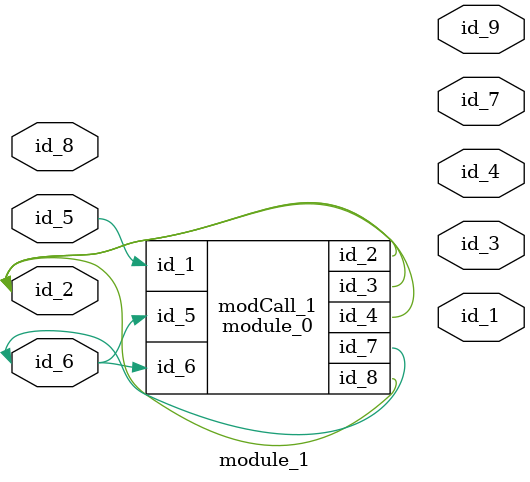
<source format=v>
module module_0 (
    id_1,
    id_2,
    id_3,
    id_4,
    id_5,
    id_6,
    id_7,
    id_8
);
  inout wire id_8;
  inout wire id_7;
  input wire id_6;
  input wire id_5;
  inout wire id_4;
  inout wire id_3;
  output wire id_2;
  input wire id_1;
  assign id_4 = -1'b0;
endmodule
module module_1 (
    id_1,
    id_2,
    id_3,
    id_4,
    id_5,
    id_6,
    id_7,
    id_8,
    id_9
);
  output wire id_9;
  inout wire id_8;
  output wire id_7;
  inout wire id_6;
  inout wire id_5;
  output wire id_4;
  output wire id_3;
  inout wire id_2;
  output wire id_1;
  module_0 modCall_1 (
      id_5,
      id_2,
      id_2,
      id_2,
      id_6,
      id_6,
      id_6,
      id_2
  );
  wire id_10;
  wire id_11;
endmodule

</source>
